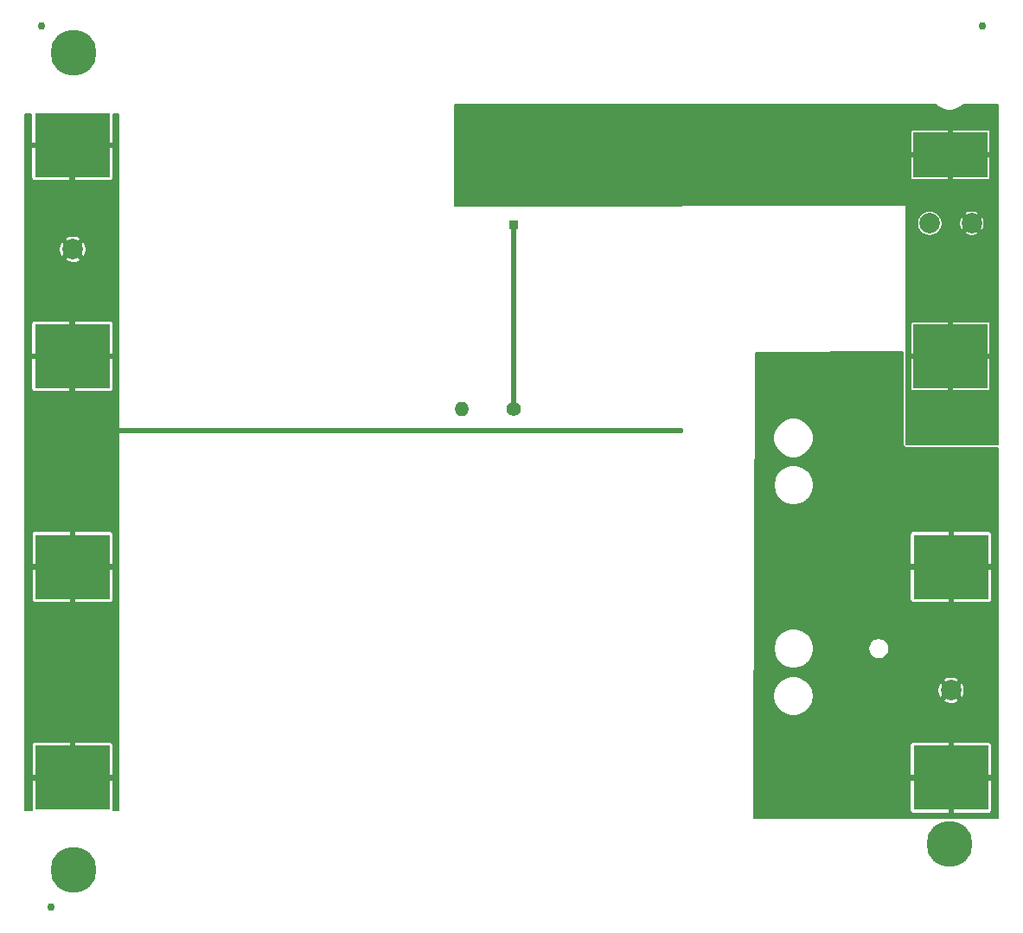
<source format=gbl>
%TF.GenerationSoftware,KiCad,Pcbnew,(5.1.9)-1*%
%TF.CreationDate,2022-01-06T16:33:17-10:00*%
%TF.ProjectId,batteryboard,62617474-6572-4796-926f-6172642e6b69,rev?*%
%TF.SameCoordinates,Original*%
%TF.FileFunction,Copper,L2,Bot*%
%TF.FilePolarity,Positive*%
%FSLAX46Y46*%
G04 Gerber Fmt 4.6, Leading zero omitted, Abs format (unit mm)*
G04 Created by KiCad (PCBNEW (5.1.9)-1) date 2022-01-06 16:33:17*
%MOMM*%
%LPD*%
G01*
G04 APERTURE LIST*
%TA.AperFunction,SMDPad,CuDef*%
%ADD10R,7.340000X6.350000*%
%TD*%
%TA.AperFunction,SMDPad,CuDef*%
%ADD11R,7.340000X4.500000*%
%TD*%
%TA.AperFunction,ComponentPad*%
%ADD12C,4.500000*%
%TD*%
%TA.AperFunction,SMDPad,CuDef*%
%ADD13C,0.750000*%
%TD*%
%TA.AperFunction,ComponentPad*%
%ADD14O,1.400000X1.400000*%
%TD*%
%TA.AperFunction,ComponentPad*%
%ADD15C,1.400000*%
%TD*%
%TA.AperFunction,ComponentPad*%
%ADD16R,0.850000X0.850000*%
%TD*%
%TA.AperFunction,ComponentPad*%
%ADD17C,2.000000*%
%TD*%
%TA.AperFunction,ViaPad*%
%ADD18C,0.584200*%
%TD*%
%TA.AperFunction,Conductor*%
%ADD19C,0.508000*%
%TD*%
%TA.AperFunction,Conductor*%
%ADD20C,0.152400*%
%TD*%
%TA.AperFunction,Conductor*%
%ADD21C,0.100000*%
%TD*%
G04 APERTURE END LIST*
D10*
X144117400Y-88569800D03*
X58117400Y-88569800D03*
D11*
X144117400Y-68844600D03*
D10*
X58117400Y-67919600D03*
D12*
X144005300Y-136349900D03*
X58280300Y-58889900D03*
X58280300Y-138889900D03*
D10*
X58142800Y-109194600D03*
X144142800Y-109194600D03*
X58142800Y-129844800D03*
X144142800Y-129844800D03*
D13*
X147193000Y-56261000D03*
X55118000Y-56261000D03*
X56007000Y-142494000D03*
D14*
X96266000Y-93726000D03*
D15*
X101346000Y-93726000D03*
D16*
X101346000Y-75692000D03*
D17*
X146177000Y-75565000D03*
X142062200Y-75565000D03*
X58166000Y-78105000D03*
X144145000Y-121285000D03*
D18*
X146558000Y-127508000D03*
X145034000Y-127508000D03*
X143256000Y-127508000D03*
X141732000Y-127508000D03*
X143256000Y-129794000D03*
X146558000Y-129794000D03*
X145034000Y-129794000D03*
X141732000Y-129794000D03*
X146558000Y-132080000D03*
X141732000Y-132080000D03*
X143256000Y-132080000D03*
X145034000Y-132080000D03*
X131064000Y-89789000D03*
X131826000Y-89789000D03*
X132588000Y-89789000D03*
X131826000Y-90678000D03*
X132588000Y-90678000D03*
X131064000Y-90678000D03*
X131826000Y-91567000D03*
X131064000Y-91567000D03*
X132588000Y-91567000D03*
X60320000Y-122830000D03*
X58580000Y-122780000D03*
X55040000Y-122740000D03*
X56790000Y-122740000D03*
X117665498Y-95821500D03*
X140843000Y-93345000D03*
X143002000Y-93345000D03*
X145288000Y-93345000D03*
X147447000Y-93345000D03*
X140843000Y-94742000D03*
X143002000Y-94742000D03*
X145288000Y-94742000D03*
X147447000Y-94742000D03*
X145288000Y-96139000D03*
X140843000Y-96139000D03*
X143002000Y-96139000D03*
X147447000Y-96139000D03*
D19*
X117665498Y-95821500D02*
X58229500Y-95821500D01*
X101346000Y-76625000D02*
X101346000Y-93726000D01*
X101346000Y-75692000D02*
X101346000Y-76625000D01*
D20*
X54117200Y-67659250D02*
X54199750Y-67741800D01*
X57939600Y-67741800D01*
X57939600Y-67721800D01*
X58295200Y-67721800D01*
X58295200Y-67741800D01*
X62035050Y-67741800D01*
X62117600Y-67659250D01*
X62119142Y-64846200D01*
X62661800Y-64846200D01*
X62661800Y-133019800D01*
X62144598Y-133019800D01*
X62143000Y-130105150D01*
X62060450Y-130022600D01*
X58320600Y-130022600D01*
X58320600Y-130042600D01*
X57965000Y-130042600D01*
X57965000Y-130022600D01*
X54225150Y-130022600D01*
X54142600Y-130105150D01*
X54141002Y-133019800D01*
X53503900Y-133019800D01*
X53503900Y-126669800D01*
X54141002Y-126669800D01*
X54142600Y-129584450D01*
X54225150Y-129667000D01*
X57965000Y-129667000D01*
X57965000Y-126422150D01*
X58320600Y-126422150D01*
X58320600Y-129667000D01*
X62060450Y-129667000D01*
X62143000Y-129584450D01*
X62144598Y-126669800D01*
X62138223Y-126605069D01*
X62119341Y-126542826D01*
X62088680Y-126485463D01*
X62047417Y-126435183D01*
X61997137Y-126393920D01*
X61939774Y-126363259D01*
X61877531Y-126344377D01*
X61812800Y-126338002D01*
X58403150Y-126339600D01*
X58320600Y-126422150D01*
X57965000Y-126422150D01*
X57882450Y-126339600D01*
X54472800Y-126338002D01*
X54408069Y-126344377D01*
X54345826Y-126363259D01*
X54288463Y-126393920D01*
X54238183Y-126435183D01*
X54196920Y-126485463D01*
X54166259Y-126542826D01*
X54147377Y-126605069D01*
X54141002Y-126669800D01*
X53503900Y-126669800D01*
X53503900Y-112369600D01*
X54141002Y-112369600D01*
X54147377Y-112434331D01*
X54166259Y-112496574D01*
X54196920Y-112553937D01*
X54238183Y-112604217D01*
X54288463Y-112645480D01*
X54345826Y-112676141D01*
X54408069Y-112695023D01*
X54472800Y-112701398D01*
X57882450Y-112699800D01*
X57965000Y-112617250D01*
X57965000Y-109372400D01*
X58320600Y-109372400D01*
X58320600Y-112617250D01*
X58403150Y-112699800D01*
X61812800Y-112701398D01*
X61877531Y-112695023D01*
X61939774Y-112676141D01*
X61997137Y-112645480D01*
X62047417Y-112604217D01*
X62088680Y-112553937D01*
X62119341Y-112496574D01*
X62138223Y-112434331D01*
X62144598Y-112369600D01*
X62143000Y-109454950D01*
X62060450Y-109372400D01*
X58320600Y-109372400D01*
X57965000Y-109372400D01*
X54225150Y-109372400D01*
X54142600Y-109454950D01*
X54141002Y-112369600D01*
X53503900Y-112369600D01*
X53503900Y-106019600D01*
X54141002Y-106019600D01*
X54142600Y-108934250D01*
X54225150Y-109016800D01*
X57965000Y-109016800D01*
X57965000Y-105771950D01*
X58320600Y-105771950D01*
X58320600Y-109016800D01*
X62060450Y-109016800D01*
X62143000Y-108934250D01*
X62144598Y-106019600D01*
X62138223Y-105954869D01*
X62119341Y-105892626D01*
X62088680Y-105835263D01*
X62047417Y-105784983D01*
X61997137Y-105743720D01*
X61939774Y-105713059D01*
X61877531Y-105694177D01*
X61812800Y-105687802D01*
X58403150Y-105689400D01*
X58320600Y-105771950D01*
X57965000Y-105771950D01*
X57882450Y-105689400D01*
X54472800Y-105687802D01*
X54408069Y-105694177D01*
X54345826Y-105713059D01*
X54288463Y-105743720D01*
X54238183Y-105784983D01*
X54196920Y-105835263D01*
X54166259Y-105892626D01*
X54147377Y-105954869D01*
X54141002Y-106019600D01*
X53503900Y-106019600D01*
X53503900Y-91744800D01*
X54115602Y-91744800D01*
X54121977Y-91809531D01*
X54140859Y-91871774D01*
X54171520Y-91929137D01*
X54212783Y-91979417D01*
X54263063Y-92020680D01*
X54320426Y-92051341D01*
X54382669Y-92070223D01*
X54447400Y-92076598D01*
X57857050Y-92075000D01*
X57939600Y-91992450D01*
X57939600Y-88747600D01*
X58295200Y-88747600D01*
X58295200Y-91992450D01*
X58377750Y-92075000D01*
X61787400Y-92076598D01*
X61852131Y-92070223D01*
X61914374Y-92051341D01*
X61971737Y-92020680D01*
X62022017Y-91979417D01*
X62063280Y-91929137D01*
X62093941Y-91871774D01*
X62112823Y-91809531D01*
X62119198Y-91744800D01*
X62117600Y-88830150D01*
X62035050Y-88747600D01*
X58295200Y-88747600D01*
X57939600Y-88747600D01*
X54199750Y-88747600D01*
X54117200Y-88830150D01*
X54115602Y-91744800D01*
X53503900Y-91744800D01*
X53503900Y-85394800D01*
X54115602Y-85394800D01*
X54117200Y-88309450D01*
X54199750Y-88392000D01*
X57939600Y-88392000D01*
X57939600Y-85147150D01*
X58295200Y-85147150D01*
X58295200Y-88392000D01*
X62035050Y-88392000D01*
X62117600Y-88309450D01*
X62119198Y-85394800D01*
X62112823Y-85330069D01*
X62093941Y-85267826D01*
X62063280Y-85210463D01*
X62022017Y-85160183D01*
X61971737Y-85118920D01*
X61914374Y-85088259D01*
X61852131Y-85069377D01*
X61787400Y-85063002D01*
X58377750Y-85064600D01*
X58295200Y-85147150D01*
X57939600Y-85147150D01*
X57857050Y-85064600D01*
X54447400Y-85063002D01*
X54382669Y-85069377D01*
X54320426Y-85088259D01*
X54263063Y-85118920D01*
X54212783Y-85160183D01*
X54171520Y-85210463D01*
X54140859Y-85267826D01*
X54121977Y-85330069D01*
X54115602Y-85394800D01*
X53503900Y-85394800D01*
X53503900Y-79108539D01*
X57413908Y-79108539D01*
X57531170Y-79281260D01*
X57772845Y-79382508D01*
X58029629Y-79434662D01*
X58291654Y-79435718D01*
X58548850Y-79385635D01*
X58791333Y-79286338D01*
X58800830Y-79281260D01*
X58918092Y-79108539D01*
X58166000Y-78356447D01*
X57413908Y-79108539D01*
X53503900Y-79108539D01*
X53503900Y-78230654D01*
X56835282Y-78230654D01*
X56885365Y-78487850D01*
X56984662Y-78730333D01*
X56989740Y-78739830D01*
X57162461Y-78857092D01*
X57914553Y-78105000D01*
X58417447Y-78105000D01*
X59169539Y-78857092D01*
X59342260Y-78739830D01*
X59443508Y-78498155D01*
X59495662Y-78241371D01*
X59496718Y-77979346D01*
X59446635Y-77722150D01*
X59347338Y-77479667D01*
X59342260Y-77470170D01*
X59169539Y-77352908D01*
X58417447Y-78105000D01*
X57914553Y-78105000D01*
X57162461Y-77352908D01*
X56989740Y-77470170D01*
X56888492Y-77711845D01*
X56836338Y-77968629D01*
X56835282Y-78230654D01*
X53503900Y-78230654D01*
X53503900Y-77101461D01*
X57413908Y-77101461D01*
X58166000Y-77853553D01*
X58918092Y-77101461D01*
X58800830Y-76928740D01*
X58559155Y-76827492D01*
X58302371Y-76775338D01*
X58040346Y-76774282D01*
X57783150Y-76824365D01*
X57540667Y-76923662D01*
X57531170Y-76928740D01*
X57413908Y-77101461D01*
X53503900Y-77101461D01*
X53503900Y-71094600D01*
X54115602Y-71094600D01*
X54121977Y-71159331D01*
X54140859Y-71221574D01*
X54171520Y-71278937D01*
X54212783Y-71329217D01*
X54263063Y-71370480D01*
X54320426Y-71401141D01*
X54382669Y-71420023D01*
X54447400Y-71426398D01*
X57857050Y-71424800D01*
X57939600Y-71342250D01*
X57939600Y-68097400D01*
X58295200Y-68097400D01*
X58295200Y-71342250D01*
X58377750Y-71424800D01*
X61787400Y-71426398D01*
X61852131Y-71420023D01*
X61914374Y-71401141D01*
X61971737Y-71370480D01*
X62022017Y-71329217D01*
X62063280Y-71278937D01*
X62093941Y-71221574D01*
X62112823Y-71159331D01*
X62119198Y-71094600D01*
X62117600Y-68179950D01*
X62035050Y-68097400D01*
X58295200Y-68097400D01*
X57939600Y-68097400D01*
X54199750Y-68097400D01*
X54117200Y-68179950D01*
X54115602Y-71094600D01*
X53503900Y-71094600D01*
X53503900Y-64846200D01*
X54115658Y-64846200D01*
X54117200Y-67659250D01*
%TA.AperFunction,Conductor*%
D21*
G36*
X54117200Y-67659250D02*
G01*
X54199750Y-67741800D01*
X57939600Y-67741800D01*
X57939600Y-67721800D01*
X58295200Y-67721800D01*
X58295200Y-67741800D01*
X62035050Y-67741800D01*
X62117600Y-67659250D01*
X62119142Y-64846200D01*
X62661800Y-64846200D01*
X62661800Y-133019800D01*
X62144598Y-133019800D01*
X62143000Y-130105150D01*
X62060450Y-130022600D01*
X58320600Y-130022600D01*
X58320600Y-130042600D01*
X57965000Y-130042600D01*
X57965000Y-130022600D01*
X54225150Y-130022600D01*
X54142600Y-130105150D01*
X54141002Y-133019800D01*
X53503900Y-133019800D01*
X53503900Y-126669800D01*
X54141002Y-126669800D01*
X54142600Y-129584450D01*
X54225150Y-129667000D01*
X57965000Y-129667000D01*
X57965000Y-126422150D01*
X58320600Y-126422150D01*
X58320600Y-129667000D01*
X62060450Y-129667000D01*
X62143000Y-129584450D01*
X62144598Y-126669800D01*
X62138223Y-126605069D01*
X62119341Y-126542826D01*
X62088680Y-126485463D01*
X62047417Y-126435183D01*
X61997137Y-126393920D01*
X61939774Y-126363259D01*
X61877531Y-126344377D01*
X61812800Y-126338002D01*
X58403150Y-126339600D01*
X58320600Y-126422150D01*
X57965000Y-126422150D01*
X57882450Y-126339600D01*
X54472800Y-126338002D01*
X54408069Y-126344377D01*
X54345826Y-126363259D01*
X54288463Y-126393920D01*
X54238183Y-126435183D01*
X54196920Y-126485463D01*
X54166259Y-126542826D01*
X54147377Y-126605069D01*
X54141002Y-126669800D01*
X53503900Y-126669800D01*
X53503900Y-112369600D01*
X54141002Y-112369600D01*
X54147377Y-112434331D01*
X54166259Y-112496574D01*
X54196920Y-112553937D01*
X54238183Y-112604217D01*
X54288463Y-112645480D01*
X54345826Y-112676141D01*
X54408069Y-112695023D01*
X54472800Y-112701398D01*
X57882450Y-112699800D01*
X57965000Y-112617250D01*
X57965000Y-109372400D01*
X58320600Y-109372400D01*
X58320600Y-112617250D01*
X58403150Y-112699800D01*
X61812800Y-112701398D01*
X61877531Y-112695023D01*
X61939774Y-112676141D01*
X61997137Y-112645480D01*
X62047417Y-112604217D01*
X62088680Y-112553937D01*
X62119341Y-112496574D01*
X62138223Y-112434331D01*
X62144598Y-112369600D01*
X62143000Y-109454950D01*
X62060450Y-109372400D01*
X58320600Y-109372400D01*
X57965000Y-109372400D01*
X54225150Y-109372400D01*
X54142600Y-109454950D01*
X54141002Y-112369600D01*
X53503900Y-112369600D01*
X53503900Y-106019600D01*
X54141002Y-106019600D01*
X54142600Y-108934250D01*
X54225150Y-109016800D01*
X57965000Y-109016800D01*
X57965000Y-105771950D01*
X58320600Y-105771950D01*
X58320600Y-109016800D01*
X62060450Y-109016800D01*
X62143000Y-108934250D01*
X62144598Y-106019600D01*
X62138223Y-105954869D01*
X62119341Y-105892626D01*
X62088680Y-105835263D01*
X62047417Y-105784983D01*
X61997137Y-105743720D01*
X61939774Y-105713059D01*
X61877531Y-105694177D01*
X61812800Y-105687802D01*
X58403150Y-105689400D01*
X58320600Y-105771950D01*
X57965000Y-105771950D01*
X57882450Y-105689400D01*
X54472800Y-105687802D01*
X54408069Y-105694177D01*
X54345826Y-105713059D01*
X54288463Y-105743720D01*
X54238183Y-105784983D01*
X54196920Y-105835263D01*
X54166259Y-105892626D01*
X54147377Y-105954869D01*
X54141002Y-106019600D01*
X53503900Y-106019600D01*
X53503900Y-91744800D01*
X54115602Y-91744800D01*
X54121977Y-91809531D01*
X54140859Y-91871774D01*
X54171520Y-91929137D01*
X54212783Y-91979417D01*
X54263063Y-92020680D01*
X54320426Y-92051341D01*
X54382669Y-92070223D01*
X54447400Y-92076598D01*
X57857050Y-92075000D01*
X57939600Y-91992450D01*
X57939600Y-88747600D01*
X58295200Y-88747600D01*
X58295200Y-91992450D01*
X58377750Y-92075000D01*
X61787400Y-92076598D01*
X61852131Y-92070223D01*
X61914374Y-92051341D01*
X61971737Y-92020680D01*
X62022017Y-91979417D01*
X62063280Y-91929137D01*
X62093941Y-91871774D01*
X62112823Y-91809531D01*
X62119198Y-91744800D01*
X62117600Y-88830150D01*
X62035050Y-88747600D01*
X58295200Y-88747600D01*
X57939600Y-88747600D01*
X54199750Y-88747600D01*
X54117200Y-88830150D01*
X54115602Y-91744800D01*
X53503900Y-91744800D01*
X53503900Y-85394800D01*
X54115602Y-85394800D01*
X54117200Y-88309450D01*
X54199750Y-88392000D01*
X57939600Y-88392000D01*
X57939600Y-85147150D01*
X58295200Y-85147150D01*
X58295200Y-88392000D01*
X62035050Y-88392000D01*
X62117600Y-88309450D01*
X62119198Y-85394800D01*
X62112823Y-85330069D01*
X62093941Y-85267826D01*
X62063280Y-85210463D01*
X62022017Y-85160183D01*
X61971737Y-85118920D01*
X61914374Y-85088259D01*
X61852131Y-85069377D01*
X61787400Y-85063002D01*
X58377750Y-85064600D01*
X58295200Y-85147150D01*
X57939600Y-85147150D01*
X57857050Y-85064600D01*
X54447400Y-85063002D01*
X54382669Y-85069377D01*
X54320426Y-85088259D01*
X54263063Y-85118920D01*
X54212783Y-85160183D01*
X54171520Y-85210463D01*
X54140859Y-85267826D01*
X54121977Y-85330069D01*
X54115602Y-85394800D01*
X53503900Y-85394800D01*
X53503900Y-79108539D01*
X57413908Y-79108539D01*
X57531170Y-79281260D01*
X57772845Y-79382508D01*
X58029629Y-79434662D01*
X58291654Y-79435718D01*
X58548850Y-79385635D01*
X58791333Y-79286338D01*
X58800830Y-79281260D01*
X58918092Y-79108539D01*
X58166000Y-78356447D01*
X57413908Y-79108539D01*
X53503900Y-79108539D01*
X53503900Y-78230654D01*
X56835282Y-78230654D01*
X56885365Y-78487850D01*
X56984662Y-78730333D01*
X56989740Y-78739830D01*
X57162461Y-78857092D01*
X57914553Y-78105000D01*
X58417447Y-78105000D01*
X59169539Y-78857092D01*
X59342260Y-78739830D01*
X59443508Y-78498155D01*
X59495662Y-78241371D01*
X59496718Y-77979346D01*
X59446635Y-77722150D01*
X59347338Y-77479667D01*
X59342260Y-77470170D01*
X59169539Y-77352908D01*
X58417447Y-78105000D01*
X57914553Y-78105000D01*
X57162461Y-77352908D01*
X56989740Y-77470170D01*
X56888492Y-77711845D01*
X56836338Y-77968629D01*
X56835282Y-78230654D01*
X53503900Y-78230654D01*
X53503900Y-77101461D01*
X57413908Y-77101461D01*
X58166000Y-77853553D01*
X58918092Y-77101461D01*
X58800830Y-76928740D01*
X58559155Y-76827492D01*
X58302371Y-76775338D01*
X58040346Y-76774282D01*
X57783150Y-76824365D01*
X57540667Y-76923662D01*
X57531170Y-76928740D01*
X57413908Y-77101461D01*
X53503900Y-77101461D01*
X53503900Y-71094600D01*
X54115602Y-71094600D01*
X54121977Y-71159331D01*
X54140859Y-71221574D01*
X54171520Y-71278937D01*
X54212783Y-71329217D01*
X54263063Y-71370480D01*
X54320426Y-71401141D01*
X54382669Y-71420023D01*
X54447400Y-71426398D01*
X57857050Y-71424800D01*
X57939600Y-71342250D01*
X57939600Y-68097400D01*
X58295200Y-68097400D01*
X58295200Y-71342250D01*
X58377750Y-71424800D01*
X61787400Y-71426398D01*
X61852131Y-71420023D01*
X61914374Y-71401141D01*
X61971737Y-71370480D01*
X62022017Y-71329217D01*
X62063280Y-71278937D01*
X62093941Y-71221574D01*
X62112823Y-71159331D01*
X62119198Y-71094600D01*
X62117600Y-68179950D01*
X62035050Y-68097400D01*
X58295200Y-68097400D01*
X57939600Y-68097400D01*
X54199750Y-68097400D01*
X54117200Y-68179950D01*
X54115602Y-71094600D01*
X53503900Y-71094600D01*
X53503900Y-64846200D01*
X54115658Y-64846200D01*
X54117200Y-67659250D01*
G37*
%TD.AperFunction*%
D20*
X139465731Y-97282000D02*
X139470123Y-97326598D01*
X139483132Y-97369481D01*
X139504257Y-97409003D01*
X139532686Y-97443645D01*
X139567328Y-97472074D01*
X139606850Y-97493199D01*
X139649733Y-97506208D01*
X139694331Y-97510600D01*
X148781701Y-97510600D01*
X148781700Y-133781800D01*
X124854018Y-133781800D01*
X124857192Y-133019800D01*
X140141002Y-133019800D01*
X140147377Y-133084531D01*
X140166259Y-133146774D01*
X140196920Y-133204137D01*
X140238183Y-133254417D01*
X140288463Y-133295680D01*
X140345826Y-133326341D01*
X140408069Y-133345223D01*
X140472800Y-133351598D01*
X143882450Y-133350000D01*
X143965000Y-133267450D01*
X143965000Y-130022600D01*
X144320600Y-130022600D01*
X144320600Y-133267450D01*
X144403150Y-133350000D01*
X147812800Y-133351598D01*
X147877531Y-133345223D01*
X147939774Y-133326341D01*
X147997137Y-133295680D01*
X148047417Y-133254417D01*
X148088680Y-133204137D01*
X148119341Y-133146774D01*
X148138223Y-133084531D01*
X148144598Y-133019800D01*
X148143000Y-130105150D01*
X148060450Y-130022600D01*
X144320600Y-130022600D01*
X143965000Y-130022600D01*
X140225150Y-130022600D01*
X140142600Y-130105150D01*
X140141002Y-133019800D01*
X124857192Y-133019800D01*
X124883650Y-126669800D01*
X140141002Y-126669800D01*
X140142600Y-129584450D01*
X140225150Y-129667000D01*
X143965000Y-129667000D01*
X143965000Y-126422150D01*
X144320600Y-126422150D01*
X144320600Y-129667000D01*
X148060450Y-129667000D01*
X148143000Y-129584450D01*
X148144598Y-126669800D01*
X148138223Y-126605069D01*
X148119341Y-126542826D01*
X148088680Y-126485463D01*
X148047417Y-126435183D01*
X147997137Y-126393920D01*
X147939774Y-126363259D01*
X147877531Y-126344377D01*
X147812800Y-126338002D01*
X144403150Y-126339600D01*
X144320600Y-126422150D01*
X143965000Y-126422150D01*
X143882450Y-126339600D01*
X140472800Y-126338002D01*
X140408069Y-126344377D01*
X140345826Y-126363259D01*
X140288463Y-126393920D01*
X140238183Y-126435183D01*
X140196920Y-126485463D01*
X140166259Y-126542826D01*
X140147377Y-126605069D01*
X140141002Y-126669800D01*
X124883650Y-126669800D01*
X124904557Y-121652387D01*
X126763800Y-121652387D01*
X126763800Y-122037213D01*
X126838875Y-122414644D01*
X126986142Y-122770177D01*
X127199940Y-123090148D01*
X127472052Y-123362260D01*
X127792023Y-123576058D01*
X128147556Y-123723325D01*
X128524987Y-123798400D01*
X128909813Y-123798400D01*
X129287244Y-123723325D01*
X129642777Y-123576058D01*
X129962748Y-123362260D01*
X130234860Y-123090148D01*
X130448658Y-122770177D01*
X130595925Y-122414644D01*
X130621008Y-122288539D01*
X143392908Y-122288539D01*
X143510170Y-122461260D01*
X143751845Y-122562508D01*
X144008629Y-122614662D01*
X144270654Y-122615718D01*
X144527850Y-122565635D01*
X144770333Y-122466338D01*
X144779830Y-122461260D01*
X144897092Y-122288539D01*
X144145000Y-121536447D01*
X143392908Y-122288539D01*
X130621008Y-122288539D01*
X130671000Y-122037213D01*
X130671000Y-121652387D01*
X130622917Y-121410654D01*
X142814282Y-121410654D01*
X142864365Y-121667850D01*
X142963662Y-121910333D01*
X142968740Y-121919830D01*
X143141461Y-122037092D01*
X143893553Y-121285000D01*
X144396447Y-121285000D01*
X145148539Y-122037092D01*
X145321260Y-121919830D01*
X145422508Y-121678155D01*
X145474662Y-121421371D01*
X145475718Y-121159346D01*
X145425635Y-120902150D01*
X145326338Y-120659667D01*
X145321260Y-120650170D01*
X145148539Y-120532908D01*
X144396447Y-121285000D01*
X143893553Y-121285000D01*
X143141461Y-120532908D01*
X142968740Y-120650170D01*
X142867492Y-120891845D01*
X142815338Y-121148629D01*
X142814282Y-121410654D01*
X130622917Y-121410654D01*
X130595925Y-121274956D01*
X130448658Y-120919423D01*
X130234860Y-120599452D01*
X129962748Y-120327340D01*
X129894086Y-120281461D01*
X143392908Y-120281461D01*
X144145000Y-121033553D01*
X144897092Y-120281461D01*
X144779830Y-120108740D01*
X144538155Y-120007492D01*
X144281371Y-119955338D01*
X144019346Y-119954282D01*
X143762150Y-120004365D01*
X143519667Y-120103662D01*
X143510170Y-120108740D01*
X143392908Y-120281461D01*
X129894086Y-120281461D01*
X129642777Y-120113542D01*
X129287244Y-119966275D01*
X128909813Y-119891200D01*
X128524987Y-119891200D01*
X128147556Y-119966275D01*
X127792023Y-120113542D01*
X127472052Y-120327340D01*
X127199940Y-120599452D01*
X126986142Y-120919423D01*
X126838875Y-121274956D01*
X126763800Y-121652387D01*
X124904557Y-121652387D01*
X124923932Y-117002187D01*
X126789200Y-117002187D01*
X126789200Y-117387013D01*
X126864275Y-117764444D01*
X127011542Y-118119977D01*
X127225340Y-118439948D01*
X127497452Y-118712060D01*
X127817423Y-118925858D01*
X128172956Y-119073125D01*
X128550387Y-119148200D01*
X128935213Y-119148200D01*
X129312644Y-119073125D01*
X129668177Y-118925858D01*
X129988148Y-118712060D01*
X130260260Y-118439948D01*
X130474058Y-118119977D01*
X130621325Y-117764444D01*
X130696400Y-117387013D01*
X130696400Y-117094769D01*
X136059200Y-117094769D01*
X136059200Y-117294431D01*
X136098152Y-117490256D01*
X136174560Y-117674719D01*
X136285486Y-117840732D01*
X136426668Y-117981914D01*
X136592681Y-118092840D01*
X136777144Y-118169248D01*
X136972969Y-118208200D01*
X137172631Y-118208200D01*
X137368456Y-118169248D01*
X137552919Y-118092840D01*
X137718932Y-117981914D01*
X137860114Y-117840732D01*
X137971040Y-117674719D01*
X138047448Y-117490256D01*
X138086400Y-117294431D01*
X138086400Y-117094769D01*
X138047448Y-116898944D01*
X137971040Y-116714481D01*
X137860114Y-116548468D01*
X137718932Y-116407286D01*
X137552919Y-116296360D01*
X137368456Y-116219952D01*
X137172631Y-116181000D01*
X136972969Y-116181000D01*
X136777144Y-116219952D01*
X136592681Y-116296360D01*
X136426668Y-116407286D01*
X136285486Y-116548468D01*
X136174560Y-116714481D01*
X136098152Y-116898944D01*
X136059200Y-117094769D01*
X130696400Y-117094769D01*
X130696400Y-117002187D01*
X130621325Y-116624756D01*
X130474058Y-116269223D01*
X130260260Y-115949252D01*
X129988148Y-115677140D01*
X129668177Y-115463342D01*
X129312644Y-115316075D01*
X128935213Y-115241000D01*
X128550387Y-115241000D01*
X128172956Y-115316075D01*
X127817423Y-115463342D01*
X127497452Y-115677140D01*
X127225340Y-115949252D01*
X127011542Y-116269223D01*
X126864275Y-116624756D01*
X126789200Y-117002187D01*
X124923932Y-117002187D01*
X124943234Y-112369600D01*
X140141002Y-112369600D01*
X140147377Y-112434331D01*
X140166259Y-112496574D01*
X140196920Y-112553937D01*
X140238183Y-112604217D01*
X140288463Y-112645480D01*
X140345826Y-112676141D01*
X140408069Y-112695023D01*
X140472800Y-112701398D01*
X143882450Y-112699800D01*
X143965000Y-112617250D01*
X143965000Y-109372400D01*
X144320600Y-109372400D01*
X144320600Y-112617250D01*
X144403150Y-112699800D01*
X147812800Y-112701398D01*
X147877531Y-112695023D01*
X147939774Y-112676141D01*
X147997137Y-112645480D01*
X148047417Y-112604217D01*
X148088680Y-112553937D01*
X148119341Y-112496574D01*
X148138223Y-112434331D01*
X148144598Y-112369600D01*
X148143000Y-109454950D01*
X148060450Y-109372400D01*
X144320600Y-109372400D01*
X143965000Y-109372400D01*
X140225150Y-109372400D01*
X140142600Y-109454950D01*
X140141002Y-112369600D01*
X124943234Y-112369600D01*
X124969692Y-106019600D01*
X140141002Y-106019600D01*
X140142600Y-108934250D01*
X140225150Y-109016800D01*
X143965000Y-109016800D01*
X143965000Y-105771950D01*
X144320600Y-105771950D01*
X144320600Y-109016800D01*
X148060450Y-109016800D01*
X148143000Y-108934250D01*
X148144598Y-106019600D01*
X148138223Y-105954869D01*
X148119341Y-105892626D01*
X148088680Y-105835263D01*
X148047417Y-105784983D01*
X147997137Y-105743720D01*
X147939774Y-105713059D01*
X147877531Y-105694177D01*
X147812800Y-105687802D01*
X144403150Y-105689400D01*
X144320600Y-105771950D01*
X143965000Y-105771950D01*
X143882450Y-105689400D01*
X140472800Y-105687802D01*
X140408069Y-105694177D01*
X140345826Y-105713059D01*
X140288463Y-105743720D01*
X140238183Y-105784983D01*
X140196920Y-105835263D01*
X140166259Y-105892626D01*
X140147377Y-105954869D01*
X140141002Y-106019600D01*
X124969692Y-106019600D01*
X124990598Y-101002187D01*
X126789200Y-101002187D01*
X126789200Y-101387013D01*
X126864275Y-101764444D01*
X127011542Y-102119977D01*
X127225340Y-102439948D01*
X127497452Y-102712060D01*
X127817423Y-102925858D01*
X128172956Y-103073125D01*
X128550387Y-103148200D01*
X128935213Y-103148200D01*
X129312644Y-103073125D01*
X129668177Y-102925858D01*
X129988148Y-102712060D01*
X130260260Y-102439948D01*
X130474058Y-102119977D01*
X130621325Y-101764444D01*
X130696400Y-101387013D01*
X130696400Y-101002187D01*
X130621325Y-100624756D01*
X130474058Y-100269223D01*
X130260260Y-99949252D01*
X129988148Y-99677140D01*
X129668177Y-99463342D01*
X129312644Y-99316075D01*
X128935213Y-99241000D01*
X128550387Y-99241000D01*
X128172956Y-99316075D01*
X127817423Y-99463342D01*
X127497452Y-99677140D01*
X127225340Y-99949252D01*
X127011542Y-100269223D01*
X126864275Y-100624756D01*
X126789200Y-101002187D01*
X124990598Y-101002187D01*
X125009869Y-96377387D01*
X126763800Y-96377387D01*
X126763800Y-96762213D01*
X126838875Y-97139644D01*
X126986142Y-97495177D01*
X127199940Y-97815148D01*
X127472052Y-98087260D01*
X127792023Y-98301058D01*
X128147556Y-98448325D01*
X128524987Y-98523400D01*
X128909813Y-98523400D01*
X129287244Y-98448325D01*
X129642777Y-98301058D01*
X129962748Y-98087260D01*
X130234860Y-97815148D01*
X130448658Y-97495177D01*
X130595925Y-97139644D01*
X130671000Y-96762213D01*
X130671000Y-96377387D01*
X130595925Y-95999956D01*
X130448658Y-95644423D01*
X130234860Y-95324452D01*
X129962748Y-95052340D01*
X129642777Y-94838542D01*
X129287244Y-94691275D01*
X128909813Y-94616200D01*
X128524987Y-94616200D01*
X128147556Y-94691275D01*
X127792023Y-94838542D01*
X127472052Y-95052340D01*
X127199940Y-95324452D01*
X126986142Y-95644423D01*
X126838875Y-95999956D01*
X126763800Y-96377387D01*
X125009869Y-96377387D01*
X125043884Y-88213802D01*
X139465731Y-88137897D01*
X139465731Y-97282000D01*
%TA.AperFunction,Conductor*%
D21*
G36*
X139465731Y-97282000D02*
G01*
X139470123Y-97326598D01*
X139483132Y-97369481D01*
X139504257Y-97409003D01*
X139532686Y-97443645D01*
X139567328Y-97472074D01*
X139606850Y-97493199D01*
X139649733Y-97506208D01*
X139694331Y-97510600D01*
X148781701Y-97510600D01*
X148781700Y-133781800D01*
X124854018Y-133781800D01*
X124857192Y-133019800D01*
X140141002Y-133019800D01*
X140147377Y-133084531D01*
X140166259Y-133146774D01*
X140196920Y-133204137D01*
X140238183Y-133254417D01*
X140288463Y-133295680D01*
X140345826Y-133326341D01*
X140408069Y-133345223D01*
X140472800Y-133351598D01*
X143882450Y-133350000D01*
X143965000Y-133267450D01*
X143965000Y-130022600D01*
X144320600Y-130022600D01*
X144320600Y-133267450D01*
X144403150Y-133350000D01*
X147812800Y-133351598D01*
X147877531Y-133345223D01*
X147939774Y-133326341D01*
X147997137Y-133295680D01*
X148047417Y-133254417D01*
X148088680Y-133204137D01*
X148119341Y-133146774D01*
X148138223Y-133084531D01*
X148144598Y-133019800D01*
X148143000Y-130105150D01*
X148060450Y-130022600D01*
X144320600Y-130022600D01*
X143965000Y-130022600D01*
X140225150Y-130022600D01*
X140142600Y-130105150D01*
X140141002Y-133019800D01*
X124857192Y-133019800D01*
X124883650Y-126669800D01*
X140141002Y-126669800D01*
X140142600Y-129584450D01*
X140225150Y-129667000D01*
X143965000Y-129667000D01*
X143965000Y-126422150D01*
X144320600Y-126422150D01*
X144320600Y-129667000D01*
X148060450Y-129667000D01*
X148143000Y-129584450D01*
X148144598Y-126669800D01*
X148138223Y-126605069D01*
X148119341Y-126542826D01*
X148088680Y-126485463D01*
X148047417Y-126435183D01*
X147997137Y-126393920D01*
X147939774Y-126363259D01*
X147877531Y-126344377D01*
X147812800Y-126338002D01*
X144403150Y-126339600D01*
X144320600Y-126422150D01*
X143965000Y-126422150D01*
X143882450Y-126339600D01*
X140472800Y-126338002D01*
X140408069Y-126344377D01*
X140345826Y-126363259D01*
X140288463Y-126393920D01*
X140238183Y-126435183D01*
X140196920Y-126485463D01*
X140166259Y-126542826D01*
X140147377Y-126605069D01*
X140141002Y-126669800D01*
X124883650Y-126669800D01*
X124904557Y-121652387D01*
X126763800Y-121652387D01*
X126763800Y-122037213D01*
X126838875Y-122414644D01*
X126986142Y-122770177D01*
X127199940Y-123090148D01*
X127472052Y-123362260D01*
X127792023Y-123576058D01*
X128147556Y-123723325D01*
X128524987Y-123798400D01*
X128909813Y-123798400D01*
X129287244Y-123723325D01*
X129642777Y-123576058D01*
X129962748Y-123362260D01*
X130234860Y-123090148D01*
X130448658Y-122770177D01*
X130595925Y-122414644D01*
X130621008Y-122288539D01*
X143392908Y-122288539D01*
X143510170Y-122461260D01*
X143751845Y-122562508D01*
X144008629Y-122614662D01*
X144270654Y-122615718D01*
X144527850Y-122565635D01*
X144770333Y-122466338D01*
X144779830Y-122461260D01*
X144897092Y-122288539D01*
X144145000Y-121536447D01*
X143392908Y-122288539D01*
X130621008Y-122288539D01*
X130671000Y-122037213D01*
X130671000Y-121652387D01*
X130622917Y-121410654D01*
X142814282Y-121410654D01*
X142864365Y-121667850D01*
X142963662Y-121910333D01*
X142968740Y-121919830D01*
X143141461Y-122037092D01*
X143893553Y-121285000D01*
X144396447Y-121285000D01*
X145148539Y-122037092D01*
X145321260Y-121919830D01*
X145422508Y-121678155D01*
X145474662Y-121421371D01*
X145475718Y-121159346D01*
X145425635Y-120902150D01*
X145326338Y-120659667D01*
X145321260Y-120650170D01*
X145148539Y-120532908D01*
X144396447Y-121285000D01*
X143893553Y-121285000D01*
X143141461Y-120532908D01*
X142968740Y-120650170D01*
X142867492Y-120891845D01*
X142815338Y-121148629D01*
X142814282Y-121410654D01*
X130622917Y-121410654D01*
X130595925Y-121274956D01*
X130448658Y-120919423D01*
X130234860Y-120599452D01*
X129962748Y-120327340D01*
X129894086Y-120281461D01*
X143392908Y-120281461D01*
X144145000Y-121033553D01*
X144897092Y-120281461D01*
X144779830Y-120108740D01*
X144538155Y-120007492D01*
X144281371Y-119955338D01*
X144019346Y-119954282D01*
X143762150Y-120004365D01*
X143519667Y-120103662D01*
X143510170Y-120108740D01*
X143392908Y-120281461D01*
X129894086Y-120281461D01*
X129642777Y-120113542D01*
X129287244Y-119966275D01*
X128909813Y-119891200D01*
X128524987Y-119891200D01*
X128147556Y-119966275D01*
X127792023Y-120113542D01*
X127472052Y-120327340D01*
X127199940Y-120599452D01*
X126986142Y-120919423D01*
X126838875Y-121274956D01*
X126763800Y-121652387D01*
X124904557Y-121652387D01*
X124923932Y-117002187D01*
X126789200Y-117002187D01*
X126789200Y-117387013D01*
X126864275Y-117764444D01*
X127011542Y-118119977D01*
X127225340Y-118439948D01*
X127497452Y-118712060D01*
X127817423Y-118925858D01*
X128172956Y-119073125D01*
X128550387Y-119148200D01*
X128935213Y-119148200D01*
X129312644Y-119073125D01*
X129668177Y-118925858D01*
X129988148Y-118712060D01*
X130260260Y-118439948D01*
X130474058Y-118119977D01*
X130621325Y-117764444D01*
X130696400Y-117387013D01*
X130696400Y-117094769D01*
X136059200Y-117094769D01*
X136059200Y-117294431D01*
X136098152Y-117490256D01*
X136174560Y-117674719D01*
X136285486Y-117840732D01*
X136426668Y-117981914D01*
X136592681Y-118092840D01*
X136777144Y-118169248D01*
X136972969Y-118208200D01*
X137172631Y-118208200D01*
X137368456Y-118169248D01*
X137552919Y-118092840D01*
X137718932Y-117981914D01*
X137860114Y-117840732D01*
X137971040Y-117674719D01*
X138047448Y-117490256D01*
X138086400Y-117294431D01*
X138086400Y-117094769D01*
X138047448Y-116898944D01*
X137971040Y-116714481D01*
X137860114Y-116548468D01*
X137718932Y-116407286D01*
X137552919Y-116296360D01*
X137368456Y-116219952D01*
X137172631Y-116181000D01*
X136972969Y-116181000D01*
X136777144Y-116219952D01*
X136592681Y-116296360D01*
X136426668Y-116407286D01*
X136285486Y-116548468D01*
X136174560Y-116714481D01*
X136098152Y-116898944D01*
X136059200Y-117094769D01*
X130696400Y-117094769D01*
X130696400Y-117002187D01*
X130621325Y-116624756D01*
X130474058Y-116269223D01*
X130260260Y-115949252D01*
X129988148Y-115677140D01*
X129668177Y-115463342D01*
X129312644Y-115316075D01*
X128935213Y-115241000D01*
X128550387Y-115241000D01*
X128172956Y-115316075D01*
X127817423Y-115463342D01*
X127497452Y-115677140D01*
X127225340Y-115949252D01*
X127011542Y-116269223D01*
X126864275Y-116624756D01*
X126789200Y-117002187D01*
X124923932Y-117002187D01*
X124943234Y-112369600D01*
X140141002Y-112369600D01*
X140147377Y-112434331D01*
X140166259Y-112496574D01*
X140196920Y-112553937D01*
X140238183Y-112604217D01*
X140288463Y-112645480D01*
X140345826Y-112676141D01*
X140408069Y-112695023D01*
X140472800Y-112701398D01*
X143882450Y-112699800D01*
X143965000Y-112617250D01*
X143965000Y-109372400D01*
X144320600Y-109372400D01*
X144320600Y-112617250D01*
X144403150Y-112699800D01*
X147812800Y-112701398D01*
X147877531Y-112695023D01*
X147939774Y-112676141D01*
X147997137Y-112645480D01*
X148047417Y-112604217D01*
X148088680Y-112553937D01*
X148119341Y-112496574D01*
X148138223Y-112434331D01*
X148144598Y-112369600D01*
X148143000Y-109454950D01*
X148060450Y-109372400D01*
X144320600Y-109372400D01*
X143965000Y-109372400D01*
X140225150Y-109372400D01*
X140142600Y-109454950D01*
X140141002Y-112369600D01*
X124943234Y-112369600D01*
X124969692Y-106019600D01*
X140141002Y-106019600D01*
X140142600Y-108934250D01*
X140225150Y-109016800D01*
X143965000Y-109016800D01*
X143965000Y-105771950D01*
X144320600Y-105771950D01*
X144320600Y-109016800D01*
X148060450Y-109016800D01*
X148143000Y-108934250D01*
X148144598Y-106019600D01*
X148138223Y-105954869D01*
X148119341Y-105892626D01*
X148088680Y-105835263D01*
X148047417Y-105784983D01*
X147997137Y-105743720D01*
X147939774Y-105713059D01*
X147877531Y-105694177D01*
X147812800Y-105687802D01*
X144403150Y-105689400D01*
X144320600Y-105771950D01*
X143965000Y-105771950D01*
X143882450Y-105689400D01*
X140472800Y-105687802D01*
X140408069Y-105694177D01*
X140345826Y-105713059D01*
X140288463Y-105743720D01*
X140238183Y-105784983D01*
X140196920Y-105835263D01*
X140166259Y-105892626D01*
X140147377Y-105954869D01*
X140141002Y-106019600D01*
X124969692Y-106019600D01*
X124990598Y-101002187D01*
X126789200Y-101002187D01*
X126789200Y-101387013D01*
X126864275Y-101764444D01*
X127011542Y-102119977D01*
X127225340Y-102439948D01*
X127497452Y-102712060D01*
X127817423Y-102925858D01*
X128172956Y-103073125D01*
X128550387Y-103148200D01*
X128935213Y-103148200D01*
X129312644Y-103073125D01*
X129668177Y-102925858D01*
X129988148Y-102712060D01*
X130260260Y-102439948D01*
X130474058Y-102119977D01*
X130621325Y-101764444D01*
X130696400Y-101387013D01*
X130696400Y-101002187D01*
X130621325Y-100624756D01*
X130474058Y-100269223D01*
X130260260Y-99949252D01*
X129988148Y-99677140D01*
X129668177Y-99463342D01*
X129312644Y-99316075D01*
X128935213Y-99241000D01*
X128550387Y-99241000D01*
X128172956Y-99316075D01*
X127817423Y-99463342D01*
X127497452Y-99677140D01*
X127225340Y-99949252D01*
X127011542Y-100269223D01*
X126864275Y-100624756D01*
X126789200Y-101002187D01*
X124990598Y-101002187D01*
X125009869Y-96377387D01*
X126763800Y-96377387D01*
X126763800Y-96762213D01*
X126838875Y-97139644D01*
X126986142Y-97495177D01*
X127199940Y-97815148D01*
X127472052Y-98087260D01*
X127792023Y-98301058D01*
X128147556Y-98448325D01*
X128524987Y-98523400D01*
X128909813Y-98523400D01*
X129287244Y-98448325D01*
X129642777Y-98301058D01*
X129962748Y-98087260D01*
X130234860Y-97815148D01*
X130448658Y-97495177D01*
X130595925Y-97139644D01*
X130671000Y-96762213D01*
X130671000Y-96377387D01*
X130595925Y-95999956D01*
X130448658Y-95644423D01*
X130234860Y-95324452D01*
X129962748Y-95052340D01*
X129642777Y-94838542D01*
X129287244Y-94691275D01*
X128909813Y-94616200D01*
X128524987Y-94616200D01*
X128147556Y-94691275D01*
X127792023Y-94838542D01*
X127472052Y-95052340D01*
X127199940Y-95324452D01*
X126986142Y-95644423D01*
X126838875Y-95999956D01*
X126763800Y-96377387D01*
X125009869Y-96377387D01*
X125043884Y-88213802D01*
X139465731Y-88137897D01*
X139465731Y-97282000D01*
G37*
%TD.AperFunction*%
D20*
X142839635Y-64110267D02*
X143139133Y-64310384D01*
X143471917Y-64448228D01*
X143825199Y-64518500D01*
X144185401Y-64518500D01*
X144538683Y-64448228D01*
X144871467Y-64310384D01*
X145170965Y-64110267D01*
X145324032Y-63957200D01*
X148781701Y-63957200D01*
X148781701Y-97205800D01*
X139770531Y-97205800D01*
X139770531Y-91744800D01*
X140217694Y-91744800D01*
X140222108Y-91789613D01*
X140235179Y-91832705D01*
X140256406Y-91872418D01*
X140284973Y-91907227D01*
X140319782Y-91935794D01*
X140359495Y-91957021D01*
X140402587Y-91970092D01*
X140447400Y-91974506D01*
X143882450Y-91973400D01*
X143939600Y-91916250D01*
X143939600Y-88747600D01*
X144295200Y-88747600D01*
X144295200Y-91916250D01*
X144352350Y-91973400D01*
X147787400Y-91974506D01*
X147832213Y-91970092D01*
X147875305Y-91957021D01*
X147915018Y-91935794D01*
X147949827Y-91907227D01*
X147978394Y-91872418D01*
X147999621Y-91832705D01*
X148012692Y-91789613D01*
X148017106Y-91744800D01*
X148016000Y-88804750D01*
X147958850Y-88747600D01*
X144295200Y-88747600D01*
X143939600Y-88747600D01*
X140275950Y-88747600D01*
X140218800Y-88804750D01*
X140217694Y-91744800D01*
X139770531Y-91744800D01*
X139770531Y-85394800D01*
X140217694Y-85394800D01*
X140218800Y-88334850D01*
X140275950Y-88392000D01*
X143939600Y-88392000D01*
X143939600Y-85223350D01*
X144295200Y-85223350D01*
X144295200Y-88392000D01*
X147958850Y-88392000D01*
X148016000Y-88334850D01*
X148017106Y-85394800D01*
X148012692Y-85349987D01*
X147999621Y-85306895D01*
X147978394Y-85267182D01*
X147949827Y-85232373D01*
X147915018Y-85203806D01*
X147875305Y-85182579D01*
X147832213Y-85169508D01*
X147787400Y-85165094D01*
X144352350Y-85166200D01*
X144295200Y-85223350D01*
X143939600Y-85223350D01*
X143882450Y-85166200D01*
X140447400Y-85165094D01*
X140402587Y-85169508D01*
X140359495Y-85182579D01*
X140319782Y-85203806D01*
X140284973Y-85232373D01*
X140256406Y-85267182D01*
X140235179Y-85306895D01*
X140222108Y-85349987D01*
X140217694Y-85394800D01*
X139770531Y-85394800D01*
X139770531Y-75443993D01*
X140833600Y-75443993D01*
X140833600Y-75686007D01*
X140880814Y-75923369D01*
X140973429Y-76146960D01*
X141107884Y-76348187D01*
X141279013Y-76519316D01*
X141480240Y-76653771D01*
X141703831Y-76746386D01*
X141941193Y-76793600D01*
X142183207Y-76793600D01*
X142420569Y-76746386D01*
X142644160Y-76653771D01*
X142845387Y-76519316D01*
X142850983Y-76513720D01*
X145479727Y-76513720D01*
X145602761Y-76657863D01*
X145827003Y-76748893D01*
X146064694Y-76794426D01*
X146306700Y-76792713D01*
X146543723Y-76743819D01*
X146751239Y-76657863D01*
X146874273Y-76513720D01*
X146177000Y-75816447D01*
X145479727Y-76513720D01*
X142850983Y-76513720D01*
X143016516Y-76348187D01*
X143150971Y-76146960D01*
X143243586Y-75923369D01*
X143290800Y-75686007D01*
X143290800Y-75452694D01*
X144947574Y-75452694D01*
X144949287Y-75694700D01*
X144998181Y-75931723D01*
X145084137Y-76139239D01*
X145228280Y-76262273D01*
X145925553Y-75565000D01*
X146428447Y-75565000D01*
X147125720Y-76262273D01*
X147269863Y-76139239D01*
X147360893Y-75914997D01*
X147406426Y-75677306D01*
X147404713Y-75435300D01*
X147355819Y-75198277D01*
X147269863Y-74990761D01*
X147125720Y-74867727D01*
X146428447Y-75565000D01*
X145925553Y-75565000D01*
X145228280Y-74867727D01*
X145084137Y-74990761D01*
X144993107Y-75215003D01*
X144947574Y-75452694D01*
X143290800Y-75452694D01*
X143290800Y-75443993D01*
X143243586Y-75206631D01*
X143150971Y-74983040D01*
X143016516Y-74781813D01*
X142850983Y-74616280D01*
X145479727Y-74616280D01*
X146177000Y-75313553D01*
X146874273Y-74616280D01*
X146751239Y-74472137D01*
X146526997Y-74381107D01*
X146289306Y-74335574D01*
X146047300Y-74337287D01*
X145810277Y-74386181D01*
X145602761Y-74472137D01*
X145479727Y-74616280D01*
X142850983Y-74616280D01*
X142845387Y-74610684D01*
X142644160Y-74476229D01*
X142420569Y-74383614D01*
X142183207Y-74336400D01*
X141941193Y-74336400D01*
X141703831Y-74383614D01*
X141480240Y-74476229D01*
X141279013Y-74610684D01*
X141107884Y-74781813D01*
X140973429Y-74983040D01*
X140880814Y-75206631D01*
X140833600Y-75443993D01*
X139770531Y-75443993D01*
X139770531Y-73863200D01*
X139769067Y-73848334D01*
X139764731Y-73834040D01*
X139757689Y-73820866D01*
X139748213Y-73809318D01*
X139736665Y-73799842D01*
X139723491Y-73792800D01*
X139709197Y-73788464D01*
X139694243Y-73787000D01*
X95580200Y-73837712D01*
X95580200Y-71094600D01*
X140217694Y-71094600D01*
X140222108Y-71139413D01*
X140235179Y-71182505D01*
X140256406Y-71222218D01*
X140284973Y-71257027D01*
X140319782Y-71285594D01*
X140359495Y-71306821D01*
X140402587Y-71319892D01*
X140447400Y-71324306D01*
X143882450Y-71323200D01*
X143939600Y-71266050D01*
X143939600Y-69022400D01*
X144295200Y-69022400D01*
X144295200Y-71266050D01*
X144352350Y-71323200D01*
X147787400Y-71324306D01*
X147832213Y-71319892D01*
X147875305Y-71306821D01*
X147915018Y-71285594D01*
X147949827Y-71257027D01*
X147978394Y-71222218D01*
X147999621Y-71182505D01*
X148012692Y-71139413D01*
X148017106Y-71094600D01*
X148016000Y-69079550D01*
X147958850Y-69022400D01*
X144295200Y-69022400D01*
X143939600Y-69022400D01*
X140275950Y-69022400D01*
X140218800Y-69079550D01*
X140217694Y-71094600D01*
X95580200Y-71094600D01*
X95580200Y-66594600D01*
X140217694Y-66594600D01*
X140218800Y-68609650D01*
X140275950Y-68666800D01*
X143939600Y-68666800D01*
X143939600Y-66423150D01*
X144295200Y-66423150D01*
X144295200Y-68666800D01*
X147958850Y-68666800D01*
X148016000Y-68609650D01*
X148017106Y-66594600D01*
X148012692Y-66549787D01*
X147999621Y-66506695D01*
X147978394Y-66466982D01*
X147949827Y-66432173D01*
X147915018Y-66403606D01*
X147875305Y-66382379D01*
X147832213Y-66369308D01*
X147787400Y-66364894D01*
X144352350Y-66366000D01*
X144295200Y-66423150D01*
X143939600Y-66423150D01*
X143882450Y-66366000D01*
X140447400Y-66364894D01*
X140402587Y-66369308D01*
X140359495Y-66382379D01*
X140319782Y-66403606D01*
X140284973Y-66432173D01*
X140256406Y-66466982D01*
X140235179Y-66506695D01*
X140222108Y-66549787D01*
X140217694Y-66594600D01*
X95580200Y-66594600D01*
X95580200Y-63957200D01*
X142686568Y-63957200D01*
X142839635Y-64110267D01*
%TA.AperFunction,Conductor*%
D21*
G36*
X142839635Y-64110267D02*
G01*
X143139133Y-64310384D01*
X143471917Y-64448228D01*
X143825199Y-64518500D01*
X144185401Y-64518500D01*
X144538683Y-64448228D01*
X144871467Y-64310384D01*
X145170965Y-64110267D01*
X145324032Y-63957200D01*
X148781701Y-63957200D01*
X148781701Y-97205800D01*
X139770531Y-97205800D01*
X139770531Y-91744800D01*
X140217694Y-91744800D01*
X140222108Y-91789613D01*
X140235179Y-91832705D01*
X140256406Y-91872418D01*
X140284973Y-91907227D01*
X140319782Y-91935794D01*
X140359495Y-91957021D01*
X140402587Y-91970092D01*
X140447400Y-91974506D01*
X143882450Y-91973400D01*
X143939600Y-91916250D01*
X143939600Y-88747600D01*
X144295200Y-88747600D01*
X144295200Y-91916250D01*
X144352350Y-91973400D01*
X147787400Y-91974506D01*
X147832213Y-91970092D01*
X147875305Y-91957021D01*
X147915018Y-91935794D01*
X147949827Y-91907227D01*
X147978394Y-91872418D01*
X147999621Y-91832705D01*
X148012692Y-91789613D01*
X148017106Y-91744800D01*
X148016000Y-88804750D01*
X147958850Y-88747600D01*
X144295200Y-88747600D01*
X143939600Y-88747600D01*
X140275950Y-88747600D01*
X140218800Y-88804750D01*
X140217694Y-91744800D01*
X139770531Y-91744800D01*
X139770531Y-85394800D01*
X140217694Y-85394800D01*
X140218800Y-88334850D01*
X140275950Y-88392000D01*
X143939600Y-88392000D01*
X143939600Y-85223350D01*
X144295200Y-85223350D01*
X144295200Y-88392000D01*
X147958850Y-88392000D01*
X148016000Y-88334850D01*
X148017106Y-85394800D01*
X148012692Y-85349987D01*
X147999621Y-85306895D01*
X147978394Y-85267182D01*
X147949827Y-85232373D01*
X147915018Y-85203806D01*
X147875305Y-85182579D01*
X147832213Y-85169508D01*
X147787400Y-85165094D01*
X144352350Y-85166200D01*
X144295200Y-85223350D01*
X143939600Y-85223350D01*
X143882450Y-85166200D01*
X140447400Y-85165094D01*
X140402587Y-85169508D01*
X140359495Y-85182579D01*
X140319782Y-85203806D01*
X140284973Y-85232373D01*
X140256406Y-85267182D01*
X140235179Y-85306895D01*
X140222108Y-85349987D01*
X140217694Y-85394800D01*
X139770531Y-85394800D01*
X139770531Y-75443993D01*
X140833600Y-75443993D01*
X140833600Y-75686007D01*
X140880814Y-75923369D01*
X140973429Y-76146960D01*
X141107884Y-76348187D01*
X141279013Y-76519316D01*
X141480240Y-76653771D01*
X141703831Y-76746386D01*
X141941193Y-76793600D01*
X142183207Y-76793600D01*
X142420569Y-76746386D01*
X142644160Y-76653771D01*
X142845387Y-76519316D01*
X142850983Y-76513720D01*
X145479727Y-76513720D01*
X145602761Y-76657863D01*
X145827003Y-76748893D01*
X146064694Y-76794426D01*
X146306700Y-76792713D01*
X146543723Y-76743819D01*
X146751239Y-76657863D01*
X146874273Y-76513720D01*
X146177000Y-75816447D01*
X145479727Y-76513720D01*
X142850983Y-76513720D01*
X143016516Y-76348187D01*
X143150971Y-76146960D01*
X143243586Y-75923369D01*
X143290800Y-75686007D01*
X143290800Y-75452694D01*
X144947574Y-75452694D01*
X144949287Y-75694700D01*
X144998181Y-75931723D01*
X145084137Y-76139239D01*
X145228280Y-76262273D01*
X145925553Y-75565000D01*
X146428447Y-75565000D01*
X147125720Y-76262273D01*
X147269863Y-76139239D01*
X147360893Y-75914997D01*
X147406426Y-75677306D01*
X147404713Y-75435300D01*
X147355819Y-75198277D01*
X147269863Y-74990761D01*
X147125720Y-74867727D01*
X146428447Y-75565000D01*
X145925553Y-75565000D01*
X145228280Y-74867727D01*
X145084137Y-74990761D01*
X144993107Y-75215003D01*
X144947574Y-75452694D01*
X143290800Y-75452694D01*
X143290800Y-75443993D01*
X143243586Y-75206631D01*
X143150971Y-74983040D01*
X143016516Y-74781813D01*
X142850983Y-74616280D01*
X145479727Y-74616280D01*
X146177000Y-75313553D01*
X146874273Y-74616280D01*
X146751239Y-74472137D01*
X146526997Y-74381107D01*
X146289306Y-74335574D01*
X146047300Y-74337287D01*
X145810277Y-74386181D01*
X145602761Y-74472137D01*
X145479727Y-74616280D01*
X142850983Y-74616280D01*
X142845387Y-74610684D01*
X142644160Y-74476229D01*
X142420569Y-74383614D01*
X142183207Y-74336400D01*
X141941193Y-74336400D01*
X141703831Y-74383614D01*
X141480240Y-74476229D01*
X141279013Y-74610684D01*
X141107884Y-74781813D01*
X140973429Y-74983040D01*
X140880814Y-75206631D01*
X140833600Y-75443993D01*
X139770531Y-75443993D01*
X139770531Y-73863200D01*
X139769067Y-73848334D01*
X139764731Y-73834040D01*
X139757689Y-73820866D01*
X139748213Y-73809318D01*
X139736665Y-73799842D01*
X139723491Y-73792800D01*
X139709197Y-73788464D01*
X139694243Y-73787000D01*
X95580200Y-73837712D01*
X95580200Y-71094600D01*
X140217694Y-71094600D01*
X140222108Y-71139413D01*
X140235179Y-71182505D01*
X140256406Y-71222218D01*
X140284973Y-71257027D01*
X140319782Y-71285594D01*
X140359495Y-71306821D01*
X140402587Y-71319892D01*
X140447400Y-71324306D01*
X143882450Y-71323200D01*
X143939600Y-71266050D01*
X143939600Y-69022400D01*
X144295200Y-69022400D01*
X144295200Y-71266050D01*
X144352350Y-71323200D01*
X147787400Y-71324306D01*
X147832213Y-71319892D01*
X147875305Y-71306821D01*
X147915018Y-71285594D01*
X147949827Y-71257027D01*
X147978394Y-71222218D01*
X147999621Y-71182505D01*
X148012692Y-71139413D01*
X148017106Y-71094600D01*
X148016000Y-69079550D01*
X147958850Y-69022400D01*
X144295200Y-69022400D01*
X143939600Y-69022400D01*
X140275950Y-69022400D01*
X140218800Y-69079550D01*
X140217694Y-71094600D01*
X95580200Y-71094600D01*
X95580200Y-66594600D01*
X140217694Y-66594600D01*
X140218800Y-68609650D01*
X140275950Y-68666800D01*
X143939600Y-68666800D01*
X143939600Y-66423150D01*
X144295200Y-66423150D01*
X144295200Y-68666800D01*
X147958850Y-68666800D01*
X148016000Y-68609650D01*
X148017106Y-66594600D01*
X148012692Y-66549787D01*
X147999621Y-66506695D01*
X147978394Y-66466982D01*
X147949827Y-66432173D01*
X147915018Y-66403606D01*
X147875305Y-66382379D01*
X147832213Y-66369308D01*
X147787400Y-66364894D01*
X144352350Y-66366000D01*
X144295200Y-66423150D01*
X143939600Y-66423150D01*
X143882450Y-66366000D01*
X140447400Y-66364894D01*
X140402587Y-66369308D01*
X140359495Y-66382379D01*
X140319782Y-66403606D01*
X140284973Y-66432173D01*
X140256406Y-66466982D01*
X140235179Y-66506695D01*
X140222108Y-66549787D01*
X140217694Y-66594600D01*
X95580200Y-66594600D01*
X95580200Y-63957200D01*
X142686568Y-63957200D01*
X142839635Y-64110267D01*
G37*
%TD.AperFunction*%
M02*

</source>
